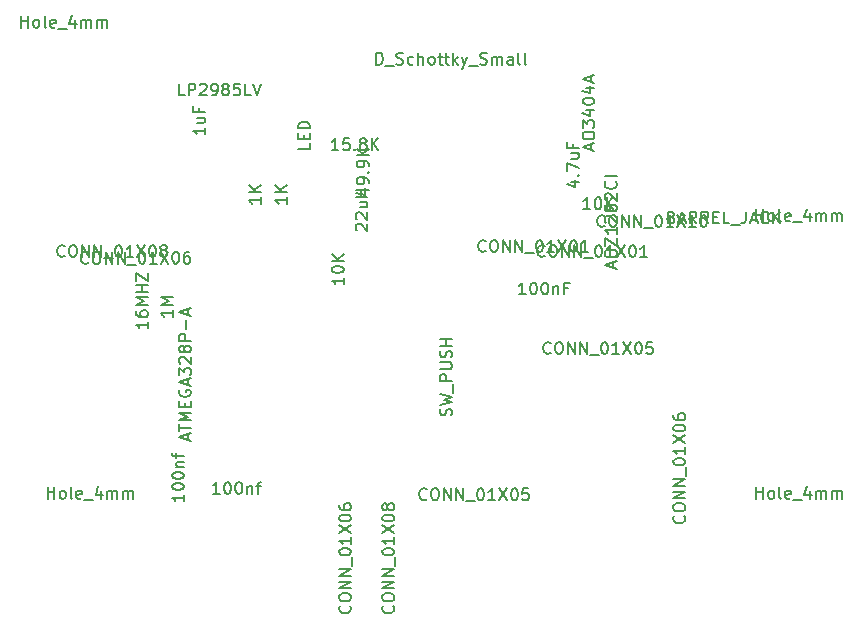
<source format=gbr>
%TF.GenerationSoftware,KiCad,Pcbnew,(after 2015-mar-04 BZR unknown)-product*%
%TF.CreationDate,2015-05-27T15:40:32-04:00*%
%TF.JobID,arduinoquad,61726475696E6F717561642E6B696361,rev?*%
%TF.FileFunction,Other,Fab,Top*%
%FSLAX46Y46*%
G04 Gerber Fmt 4.6, Leading zero omitted, Abs format (unit mm)*
G04 Created by KiCad (PCBNEW (after 2015-mar-04 BZR unknown)-product) date 27/05/2015 3:40:32 PM*
%MOMM*%
G01*
G04 APERTURE LIST*
%ADD10C,0.100000*%
%ADD11C,0.150000*%
G04 APERTURE END LIST*
D10*
D11*
X170964762Y-102191905D02*
X171012381Y-102049048D01*
X171012381Y-101810952D01*
X170964762Y-101715714D01*
X170917143Y-101668095D01*
X170821905Y-101620476D01*
X170726667Y-101620476D01*
X170631429Y-101668095D01*
X170583810Y-101715714D01*
X170536190Y-101810952D01*
X170488571Y-102001429D01*
X170440952Y-102096667D01*
X170393333Y-102144286D01*
X170298095Y-102191905D01*
X170202857Y-102191905D01*
X170107619Y-102144286D01*
X170060000Y-102096667D01*
X170012381Y-102001429D01*
X170012381Y-101763333D01*
X170060000Y-101620476D01*
X170012381Y-101287143D02*
X171012381Y-101049048D01*
X170298095Y-100858571D01*
X171012381Y-100668095D01*
X170012381Y-100430000D01*
X171107619Y-100287143D02*
X171107619Y-99525238D01*
X171012381Y-99287143D02*
X170012381Y-99287143D01*
X170012381Y-98906190D01*
X170060000Y-98810952D01*
X170107619Y-98763333D01*
X170202857Y-98715714D01*
X170345714Y-98715714D01*
X170440952Y-98763333D01*
X170488571Y-98810952D01*
X170536190Y-98906190D01*
X170536190Y-99287143D01*
X170012381Y-98287143D02*
X170821905Y-98287143D01*
X170917143Y-98239524D01*
X170964762Y-98191905D01*
X171012381Y-98096667D01*
X171012381Y-97906190D01*
X170964762Y-97810952D01*
X170917143Y-97763333D01*
X170821905Y-97715714D01*
X170012381Y-97715714D01*
X170964762Y-97287143D02*
X171012381Y-97144286D01*
X171012381Y-96906190D01*
X170964762Y-96810952D01*
X170917143Y-96763333D01*
X170821905Y-96715714D01*
X170726667Y-96715714D01*
X170631429Y-96763333D01*
X170583810Y-96810952D01*
X170536190Y-96906190D01*
X170488571Y-97096667D01*
X170440952Y-97191905D01*
X170393333Y-97239524D01*
X170298095Y-97287143D01*
X170202857Y-97287143D01*
X170107619Y-97239524D01*
X170060000Y-97191905D01*
X170012381Y-97096667D01*
X170012381Y-96858571D01*
X170060000Y-96715714D01*
X171012381Y-96287143D02*
X170012381Y-96287143D01*
X170488571Y-96287143D02*
X170488571Y-95715714D01*
X171012381Y-95715714D02*
X170012381Y-95715714D01*
X190647143Y-110703809D02*
X190694762Y-110751428D01*
X190742381Y-110894285D01*
X190742381Y-110989523D01*
X190694762Y-111132381D01*
X190599524Y-111227619D01*
X190504286Y-111275238D01*
X190313810Y-111322857D01*
X190170952Y-111322857D01*
X189980476Y-111275238D01*
X189885238Y-111227619D01*
X189790000Y-111132381D01*
X189742381Y-110989523D01*
X189742381Y-110894285D01*
X189790000Y-110751428D01*
X189837619Y-110703809D01*
X189742381Y-110084762D02*
X189742381Y-109894285D01*
X189790000Y-109799047D01*
X189885238Y-109703809D01*
X190075714Y-109656190D01*
X190409048Y-109656190D01*
X190599524Y-109703809D01*
X190694762Y-109799047D01*
X190742381Y-109894285D01*
X190742381Y-110084762D01*
X190694762Y-110180000D01*
X190599524Y-110275238D01*
X190409048Y-110322857D01*
X190075714Y-110322857D01*
X189885238Y-110275238D01*
X189790000Y-110180000D01*
X189742381Y-110084762D01*
X190742381Y-109227619D02*
X189742381Y-109227619D01*
X190742381Y-108656190D01*
X189742381Y-108656190D01*
X190742381Y-108180000D02*
X189742381Y-108180000D01*
X190742381Y-107608571D01*
X189742381Y-107608571D01*
X190837619Y-107370476D02*
X190837619Y-106608571D01*
X189742381Y-106180000D02*
X189742381Y-106084761D01*
X189790000Y-105989523D01*
X189837619Y-105941904D01*
X189932857Y-105894285D01*
X190123333Y-105846666D01*
X190361429Y-105846666D01*
X190551905Y-105894285D01*
X190647143Y-105941904D01*
X190694762Y-105989523D01*
X190742381Y-106084761D01*
X190742381Y-106180000D01*
X190694762Y-106275238D01*
X190647143Y-106322857D01*
X190551905Y-106370476D01*
X190361429Y-106418095D01*
X190123333Y-106418095D01*
X189932857Y-106370476D01*
X189837619Y-106322857D01*
X189790000Y-106275238D01*
X189742381Y-106180000D01*
X190742381Y-104894285D02*
X190742381Y-105465714D01*
X190742381Y-105180000D02*
X189742381Y-105180000D01*
X189885238Y-105275238D01*
X189980476Y-105370476D01*
X190028095Y-105465714D01*
X189742381Y-104560952D02*
X190742381Y-103894285D01*
X189742381Y-103894285D02*
X190742381Y-104560952D01*
X189742381Y-103322857D02*
X189742381Y-103227618D01*
X189790000Y-103132380D01*
X189837619Y-103084761D01*
X189932857Y-103037142D01*
X190123333Y-102989523D01*
X190361429Y-102989523D01*
X190551905Y-103037142D01*
X190647143Y-103084761D01*
X190694762Y-103132380D01*
X190742381Y-103227618D01*
X190742381Y-103322857D01*
X190694762Y-103418095D01*
X190647143Y-103465714D01*
X190551905Y-103513333D01*
X190361429Y-103560952D01*
X190123333Y-103560952D01*
X189932857Y-103513333D01*
X189837619Y-103465714D01*
X189790000Y-103418095D01*
X189742381Y-103322857D01*
X189742381Y-102132380D02*
X189742381Y-102322857D01*
X189790000Y-102418095D01*
X189837619Y-102465714D01*
X189980476Y-102560952D01*
X190170952Y-102608571D01*
X190551905Y-102608571D01*
X190647143Y-102560952D01*
X190694762Y-102513333D01*
X190742381Y-102418095D01*
X190742381Y-102227618D01*
X190694762Y-102132380D01*
X190647143Y-102084761D01*
X190551905Y-102037142D01*
X190313810Y-102037142D01*
X190218571Y-102084761D01*
X190170952Y-102132380D01*
X190123333Y-102227618D01*
X190123333Y-102418095D01*
X190170952Y-102513333D01*
X190218571Y-102560952D01*
X190313810Y-102608571D01*
X189595238Y-85428051D02*
X189738095Y-85475670D01*
X189785714Y-85523290D01*
X189833333Y-85618528D01*
X189833333Y-85761385D01*
X189785714Y-85856623D01*
X189738095Y-85904242D01*
X189642857Y-85951861D01*
X189261904Y-85951861D01*
X189261904Y-84951861D01*
X189595238Y-84951861D01*
X189690476Y-84999480D01*
X189738095Y-85047099D01*
X189785714Y-85142337D01*
X189785714Y-85237575D01*
X189738095Y-85332813D01*
X189690476Y-85380432D01*
X189595238Y-85428051D01*
X189261904Y-85428051D01*
X190214285Y-85666147D02*
X190690476Y-85666147D01*
X190119047Y-85951861D02*
X190452380Y-84951861D01*
X190785714Y-85951861D01*
X191690476Y-85951861D02*
X191357142Y-85475670D01*
X191119047Y-85951861D02*
X191119047Y-84951861D01*
X191500000Y-84951861D01*
X191595238Y-84999480D01*
X191642857Y-85047099D01*
X191690476Y-85142337D01*
X191690476Y-85285194D01*
X191642857Y-85380432D01*
X191595238Y-85428051D01*
X191500000Y-85475670D01*
X191119047Y-85475670D01*
X192690476Y-85951861D02*
X192357142Y-85475670D01*
X192119047Y-85951861D02*
X192119047Y-84951861D01*
X192500000Y-84951861D01*
X192595238Y-84999480D01*
X192642857Y-85047099D01*
X192690476Y-85142337D01*
X192690476Y-85285194D01*
X192642857Y-85380432D01*
X192595238Y-85428051D01*
X192500000Y-85475670D01*
X192119047Y-85475670D01*
X193119047Y-85428051D02*
X193452381Y-85428051D01*
X193595238Y-85951861D02*
X193119047Y-85951861D01*
X193119047Y-84951861D01*
X193595238Y-84951861D01*
X194500000Y-85951861D02*
X194023809Y-85951861D01*
X194023809Y-84951861D01*
X194595238Y-86047099D02*
X195357143Y-86047099D01*
X195880953Y-84951861D02*
X195880953Y-85666147D01*
X195833333Y-85809004D01*
X195738095Y-85904242D01*
X195595238Y-85951861D01*
X195500000Y-85951861D01*
X196309524Y-85666147D02*
X196785715Y-85666147D01*
X196214286Y-85951861D02*
X196547619Y-84951861D01*
X196880953Y-85951861D01*
X197785715Y-85856623D02*
X197738096Y-85904242D01*
X197595239Y-85951861D01*
X197500001Y-85951861D01*
X197357143Y-85904242D01*
X197261905Y-85809004D01*
X197214286Y-85713766D01*
X197166667Y-85523290D01*
X197166667Y-85380432D01*
X197214286Y-85189956D01*
X197261905Y-85094718D01*
X197357143Y-84999480D01*
X197500001Y-84951861D01*
X197595239Y-84951861D01*
X197738096Y-84999480D01*
X197785715Y-85047099D01*
X198214286Y-85951861D02*
X198214286Y-84951861D01*
X198785715Y-85951861D02*
X198357143Y-85380432D01*
X198785715Y-84951861D02*
X198214286Y-85523290D01*
X134555552Y-69367661D02*
X134555552Y-68367661D01*
X134555552Y-68843851D02*
X135126981Y-68843851D01*
X135126981Y-69367661D02*
X135126981Y-68367661D01*
X135746028Y-69367661D02*
X135650790Y-69320042D01*
X135603171Y-69272423D01*
X135555552Y-69177185D01*
X135555552Y-68891470D01*
X135603171Y-68796232D01*
X135650790Y-68748613D01*
X135746028Y-68700994D01*
X135888886Y-68700994D01*
X135984124Y-68748613D01*
X136031743Y-68796232D01*
X136079362Y-68891470D01*
X136079362Y-69177185D01*
X136031743Y-69272423D01*
X135984124Y-69320042D01*
X135888886Y-69367661D01*
X135746028Y-69367661D01*
X136650790Y-69367661D02*
X136555552Y-69320042D01*
X136507933Y-69224804D01*
X136507933Y-68367661D01*
X137412696Y-69320042D02*
X137317458Y-69367661D01*
X137126981Y-69367661D01*
X137031743Y-69320042D01*
X136984124Y-69224804D01*
X136984124Y-68843851D01*
X137031743Y-68748613D01*
X137126981Y-68700994D01*
X137317458Y-68700994D01*
X137412696Y-68748613D01*
X137460315Y-68843851D01*
X137460315Y-68939090D01*
X136984124Y-69034328D01*
X137650791Y-69462899D02*
X138412696Y-69462899D01*
X139079363Y-68700994D02*
X139079363Y-69367661D01*
X138841267Y-68320042D02*
X138603172Y-69034328D01*
X139222220Y-69034328D01*
X139603172Y-69367661D02*
X139603172Y-68700994D01*
X139603172Y-68796232D02*
X139650791Y-68748613D01*
X139746029Y-68700994D01*
X139888887Y-68700994D01*
X139984125Y-68748613D01*
X140031744Y-68843851D01*
X140031744Y-69367661D01*
X140031744Y-68843851D02*
X140079363Y-68748613D01*
X140174601Y-68700994D01*
X140317458Y-68700994D01*
X140412696Y-68748613D01*
X140460315Y-68843851D01*
X140460315Y-69367661D01*
X140936505Y-69367661D02*
X140936505Y-68700994D01*
X140936505Y-68796232D02*
X140984124Y-68748613D01*
X141079362Y-68700994D01*
X141222220Y-68700994D01*
X141317458Y-68748613D01*
X141365077Y-68843851D01*
X141365077Y-69367661D01*
X141365077Y-68843851D02*
X141412696Y-68748613D01*
X141507934Y-68700994D01*
X141650791Y-68700994D01*
X141746029Y-68748613D01*
X141793648Y-68843851D01*
X141793648Y-69367661D01*
X196780952Y-85752381D02*
X196780952Y-84752381D01*
X196780952Y-85228571D02*
X197352381Y-85228571D01*
X197352381Y-85752381D02*
X197352381Y-84752381D01*
X197971428Y-85752381D02*
X197876190Y-85704762D01*
X197828571Y-85657143D01*
X197780952Y-85561905D01*
X197780952Y-85276190D01*
X197828571Y-85180952D01*
X197876190Y-85133333D01*
X197971428Y-85085714D01*
X198114286Y-85085714D01*
X198209524Y-85133333D01*
X198257143Y-85180952D01*
X198304762Y-85276190D01*
X198304762Y-85561905D01*
X198257143Y-85657143D01*
X198209524Y-85704762D01*
X198114286Y-85752381D01*
X197971428Y-85752381D01*
X198876190Y-85752381D02*
X198780952Y-85704762D01*
X198733333Y-85609524D01*
X198733333Y-84752381D01*
X199638096Y-85704762D02*
X199542858Y-85752381D01*
X199352381Y-85752381D01*
X199257143Y-85704762D01*
X199209524Y-85609524D01*
X199209524Y-85228571D01*
X199257143Y-85133333D01*
X199352381Y-85085714D01*
X199542858Y-85085714D01*
X199638096Y-85133333D01*
X199685715Y-85228571D01*
X199685715Y-85323810D01*
X199209524Y-85419048D01*
X199876191Y-85847619D02*
X200638096Y-85847619D01*
X201304763Y-85085714D02*
X201304763Y-85752381D01*
X201066667Y-84704762D02*
X200828572Y-85419048D01*
X201447620Y-85419048D01*
X201828572Y-85752381D02*
X201828572Y-85085714D01*
X201828572Y-85180952D02*
X201876191Y-85133333D01*
X201971429Y-85085714D01*
X202114287Y-85085714D01*
X202209525Y-85133333D01*
X202257144Y-85228571D01*
X202257144Y-85752381D01*
X202257144Y-85228571D02*
X202304763Y-85133333D01*
X202400001Y-85085714D01*
X202542858Y-85085714D01*
X202638096Y-85133333D01*
X202685715Y-85228571D01*
X202685715Y-85752381D01*
X203161905Y-85752381D02*
X203161905Y-85085714D01*
X203161905Y-85180952D02*
X203209524Y-85133333D01*
X203304762Y-85085714D01*
X203447620Y-85085714D01*
X203542858Y-85133333D01*
X203590477Y-85228571D01*
X203590477Y-85752381D01*
X203590477Y-85228571D02*
X203638096Y-85133333D01*
X203733334Y-85085714D01*
X203876191Y-85085714D01*
X203971429Y-85133333D01*
X204019048Y-85228571D01*
X204019048Y-85752381D01*
X196780952Y-109252381D02*
X196780952Y-108252381D01*
X196780952Y-108728571D02*
X197352381Y-108728571D01*
X197352381Y-109252381D02*
X197352381Y-108252381D01*
X197971428Y-109252381D02*
X197876190Y-109204762D01*
X197828571Y-109157143D01*
X197780952Y-109061905D01*
X197780952Y-108776190D01*
X197828571Y-108680952D01*
X197876190Y-108633333D01*
X197971428Y-108585714D01*
X198114286Y-108585714D01*
X198209524Y-108633333D01*
X198257143Y-108680952D01*
X198304762Y-108776190D01*
X198304762Y-109061905D01*
X198257143Y-109157143D01*
X198209524Y-109204762D01*
X198114286Y-109252381D01*
X197971428Y-109252381D01*
X198876190Y-109252381D02*
X198780952Y-109204762D01*
X198733333Y-109109524D01*
X198733333Y-108252381D01*
X199638096Y-109204762D02*
X199542858Y-109252381D01*
X199352381Y-109252381D01*
X199257143Y-109204762D01*
X199209524Y-109109524D01*
X199209524Y-108728571D01*
X199257143Y-108633333D01*
X199352381Y-108585714D01*
X199542858Y-108585714D01*
X199638096Y-108633333D01*
X199685715Y-108728571D01*
X199685715Y-108823810D01*
X199209524Y-108919048D01*
X199876191Y-109347619D02*
X200638096Y-109347619D01*
X201304763Y-108585714D02*
X201304763Y-109252381D01*
X201066667Y-108204762D02*
X200828572Y-108919048D01*
X201447620Y-108919048D01*
X201828572Y-109252381D02*
X201828572Y-108585714D01*
X201828572Y-108680952D02*
X201876191Y-108633333D01*
X201971429Y-108585714D01*
X202114287Y-108585714D01*
X202209525Y-108633333D01*
X202257144Y-108728571D01*
X202257144Y-109252381D01*
X202257144Y-108728571D02*
X202304763Y-108633333D01*
X202400001Y-108585714D01*
X202542858Y-108585714D01*
X202638096Y-108633333D01*
X202685715Y-108728571D01*
X202685715Y-109252381D01*
X203161905Y-109252381D02*
X203161905Y-108585714D01*
X203161905Y-108680952D02*
X203209524Y-108633333D01*
X203304762Y-108585714D01*
X203447620Y-108585714D01*
X203542858Y-108633333D01*
X203590477Y-108728571D01*
X203590477Y-109252381D01*
X203590477Y-108728571D02*
X203638096Y-108633333D01*
X203733334Y-108585714D01*
X203876191Y-108585714D01*
X203971429Y-108633333D01*
X204019048Y-108728571D01*
X204019048Y-109252381D01*
X136780952Y-109252381D02*
X136780952Y-108252381D01*
X136780952Y-108728571D02*
X137352381Y-108728571D01*
X137352381Y-109252381D02*
X137352381Y-108252381D01*
X137971428Y-109252381D02*
X137876190Y-109204762D01*
X137828571Y-109157143D01*
X137780952Y-109061905D01*
X137780952Y-108776190D01*
X137828571Y-108680952D01*
X137876190Y-108633333D01*
X137971428Y-108585714D01*
X138114286Y-108585714D01*
X138209524Y-108633333D01*
X138257143Y-108680952D01*
X138304762Y-108776190D01*
X138304762Y-109061905D01*
X138257143Y-109157143D01*
X138209524Y-109204762D01*
X138114286Y-109252381D01*
X137971428Y-109252381D01*
X138876190Y-109252381D02*
X138780952Y-109204762D01*
X138733333Y-109109524D01*
X138733333Y-108252381D01*
X139638096Y-109204762D02*
X139542858Y-109252381D01*
X139352381Y-109252381D01*
X139257143Y-109204762D01*
X139209524Y-109109524D01*
X139209524Y-108728571D01*
X139257143Y-108633333D01*
X139352381Y-108585714D01*
X139542858Y-108585714D01*
X139638096Y-108633333D01*
X139685715Y-108728571D01*
X139685715Y-108823810D01*
X139209524Y-108919048D01*
X139876191Y-109347619D02*
X140638096Y-109347619D01*
X141304763Y-108585714D02*
X141304763Y-109252381D01*
X141066667Y-108204762D02*
X140828572Y-108919048D01*
X141447620Y-108919048D01*
X141828572Y-109252381D02*
X141828572Y-108585714D01*
X141828572Y-108680952D02*
X141876191Y-108633333D01*
X141971429Y-108585714D01*
X142114287Y-108585714D01*
X142209525Y-108633333D01*
X142257144Y-108728571D01*
X142257144Y-109252381D01*
X142257144Y-108728571D02*
X142304763Y-108633333D01*
X142400001Y-108585714D01*
X142542858Y-108585714D01*
X142638096Y-108633333D01*
X142685715Y-108728571D01*
X142685715Y-109252381D01*
X143161905Y-109252381D02*
X143161905Y-108585714D01*
X143161905Y-108680952D02*
X143209524Y-108633333D01*
X143304762Y-108585714D01*
X143447620Y-108585714D01*
X143542858Y-108633333D01*
X143590477Y-108728571D01*
X143590477Y-109252381D01*
X143590477Y-108728571D02*
X143638096Y-108633333D01*
X143733334Y-108585714D01*
X143876191Y-108585714D01*
X143971429Y-108633333D01*
X144019048Y-108728571D01*
X144019048Y-109252381D01*
X164590475Y-72502381D02*
X164590475Y-71502381D01*
X164828570Y-71502381D01*
X164971428Y-71550000D01*
X165066666Y-71645238D01*
X165114285Y-71740476D01*
X165161904Y-71930952D01*
X165161904Y-72073810D01*
X165114285Y-72264286D01*
X165066666Y-72359524D01*
X164971428Y-72454762D01*
X164828570Y-72502381D01*
X164590475Y-72502381D01*
X165352380Y-72597619D02*
X166114285Y-72597619D01*
X166304761Y-72454762D02*
X166447618Y-72502381D01*
X166685714Y-72502381D01*
X166780952Y-72454762D01*
X166828571Y-72407143D01*
X166876190Y-72311905D01*
X166876190Y-72216667D01*
X166828571Y-72121429D01*
X166780952Y-72073810D01*
X166685714Y-72026190D01*
X166495237Y-71978571D01*
X166399999Y-71930952D01*
X166352380Y-71883333D01*
X166304761Y-71788095D01*
X166304761Y-71692857D01*
X166352380Y-71597619D01*
X166399999Y-71550000D01*
X166495237Y-71502381D01*
X166733333Y-71502381D01*
X166876190Y-71550000D01*
X167733333Y-72454762D02*
X167638095Y-72502381D01*
X167447618Y-72502381D01*
X167352380Y-72454762D01*
X167304761Y-72407143D01*
X167257142Y-72311905D01*
X167257142Y-72026190D01*
X167304761Y-71930952D01*
X167352380Y-71883333D01*
X167447618Y-71835714D01*
X167638095Y-71835714D01*
X167733333Y-71883333D01*
X168161904Y-72502381D02*
X168161904Y-71502381D01*
X168590476Y-72502381D02*
X168590476Y-71978571D01*
X168542857Y-71883333D01*
X168447619Y-71835714D01*
X168304761Y-71835714D01*
X168209523Y-71883333D01*
X168161904Y-71930952D01*
X169209523Y-72502381D02*
X169114285Y-72454762D01*
X169066666Y-72407143D01*
X169019047Y-72311905D01*
X169019047Y-72026190D01*
X169066666Y-71930952D01*
X169114285Y-71883333D01*
X169209523Y-71835714D01*
X169352381Y-71835714D01*
X169447619Y-71883333D01*
X169495238Y-71930952D01*
X169542857Y-72026190D01*
X169542857Y-72311905D01*
X169495238Y-72407143D01*
X169447619Y-72454762D01*
X169352381Y-72502381D01*
X169209523Y-72502381D01*
X169828571Y-71835714D02*
X170209523Y-71835714D01*
X169971428Y-71502381D02*
X169971428Y-72359524D01*
X170019047Y-72454762D01*
X170114285Y-72502381D01*
X170209523Y-72502381D01*
X170400000Y-71835714D02*
X170780952Y-71835714D01*
X170542857Y-71502381D02*
X170542857Y-72359524D01*
X170590476Y-72454762D01*
X170685714Y-72502381D01*
X170780952Y-72502381D01*
X171114286Y-72502381D02*
X171114286Y-71502381D01*
X171209524Y-72121429D02*
X171495239Y-72502381D01*
X171495239Y-71835714D02*
X171114286Y-72216667D01*
X171828572Y-71835714D02*
X172066667Y-72502381D01*
X172304763Y-71835714D02*
X172066667Y-72502381D01*
X171971429Y-72740476D01*
X171923810Y-72788095D01*
X171828572Y-72835714D01*
X172447620Y-72597619D02*
X173209525Y-72597619D01*
X173400001Y-72454762D02*
X173542858Y-72502381D01*
X173780954Y-72502381D01*
X173876192Y-72454762D01*
X173923811Y-72407143D01*
X173971430Y-72311905D01*
X173971430Y-72216667D01*
X173923811Y-72121429D01*
X173876192Y-72073810D01*
X173780954Y-72026190D01*
X173590477Y-71978571D01*
X173495239Y-71930952D01*
X173447620Y-71883333D01*
X173400001Y-71788095D01*
X173400001Y-71692857D01*
X173447620Y-71597619D01*
X173495239Y-71550000D01*
X173590477Y-71502381D01*
X173828573Y-71502381D01*
X173971430Y-71550000D01*
X174400001Y-72502381D02*
X174400001Y-71835714D01*
X174400001Y-71930952D02*
X174447620Y-71883333D01*
X174542858Y-71835714D01*
X174685716Y-71835714D01*
X174780954Y-71883333D01*
X174828573Y-71978571D01*
X174828573Y-72502381D01*
X174828573Y-71978571D02*
X174876192Y-71883333D01*
X174971430Y-71835714D01*
X175114287Y-71835714D01*
X175209525Y-71883333D01*
X175257144Y-71978571D01*
X175257144Y-72502381D01*
X176161906Y-72502381D02*
X176161906Y-71978571D01*
X176114287Y-71883333D01*
X176019049Y-71835714D01*
X175828572Y-71835714D01*
X175733334Y-71883333D01*
X176161906Y-72454762D02*
X176066668Y-72502381D01*
X175828572Y-72502381D01*
X175733334Y-72454762D01*
X175685715Y-72359524D01*
X175685715Y-72264286D01*
X175733334Y-72169048D01*
X175828572Y-72121429D01*
X176066668Y-72121429D01*
X176161906Y-72073810D01*
X176780953Y-72502381D02*
X176685715Y-72454762D01*
X176638096Y-72359524D01*
X176638096Y-71502381D01*
X177304763Y-72502381D02*
X177209525Y-72454762D01*
X177161906Y-72359524D01*
X177161906Y-71502381D01*
X148302381Y-108904762D02*
X148302381Y-109476191D01*
X148302381Y-109190477D02*
X147302381Y-109190477D01*
X147445238Y-109285715D01*
X147540476Y-109380953D01*
X147588095Y-109476191D01*
X147302381Y-108285715D02*
X147302381Y-108190476D01*
X147350000Y-108095238D01*
X147397619Y-108047619D01*
X147492857Y-108000000D01*
X147683333Y-107952381D01*
X147921429Y-107952381D01*
X148111905Y-108000000D01*
X148207143Y-108047619D01*
X148254762Y-108095238D01*
X148302381Y-108190476D01*
X148302381Y-108285715D01*
X148254762Y-108380953D01*
X148207143Y-108428572D01*
X148111905Y-108476191D01*
X147921429Y-108523810D01*
X147683333Y-108523810D01*
X147492857Y-108476191D01*
X147397619Y-108428572D01*
X147350000Y-108380953D01*
X147302381Y-108285715D01*
X147302381Y-107333334D02*
X147302381Y-107238095D01*
X147350000Y-107142857D01*
X147397619Y-107095238D01*
X147492857Y-107047619D01*
X147683333Y-107000000D01*
X147921429Y-107000000D01*
X148111905Y-107047619D01*
X148207143Y-107095238D01*
X148254762Y-107142857D01*
X148302381Y-107238095D01*
X148302381Y-107333334D01*
X148254762Y-107428572D01*
X148207143Y-107476191D01*
X148111905Y-107523810D01*
X147921429Y-107571429D01*
X147683333Y-107571429D01*
X147492857Y-107523810D01*
X147397619Y-107476191D01*
X147350000Y-107428572D01*
X147302381Y-107333334D01*
X147635714Y-106571429D02*
X148302381Y-106571429D01*
X147730952Y-106571429D02*
X147683333Y-106523810D01*
X147635714Y-106428572D01*
X147635714Y-106285714D01*
X147683333Y-106190476D01*
X147778571Y-106142857D01*
X148302381Y-106142857D01*
X147635714Y-105809524D02*
X147635714Y-105428572D01*
X148302381Y-105666667D02*
X147445238Y-105666667D01*
X147350000Y-105619048D01*
X147302381Y-105523810D01*
X147302381Y-105428572D01*
X151345238Y-108852381D02*
X150773809Y-108852381D01*
X151059523Y-108852381D02*
X151059523Y-107852381D01*
X150964285Y-107995238D01*
X150869047Y-108090476D01*
X150773809Y-108138095D01*
X151964285Y-107852381D02*
X152059524Y-107852381D01*
X152154762Y-107900000D01*
X152202381Y-107947619D01*
X152250000Y-108042857D01*
X152297619Y-108233333D01*
X152297619Y-108471429D01*
X152250000Y-108661905D01*
X152202381Y-108757143D01*
X152154762Y-108804762D01*
X152059524Y-108852381D01*
X151964285Y-108852381D01*
X151869047Y-108804762D01*
X151821428Y-108757143D01*
X151773809Y-108661905D01*
X151726190Y-108471429D01*
X151726190Y-108233333D01*
X151773809Y-108042857D01*
X151821428Y-107947619D01*
X151869047Y-107900000D01*
X151964285Y-107852381D01*
X152916666Y-107852381D02*
X153011905Y-107852381D01*
X153107143Y-107900000D01*
X153154762Y-107947619D01*
X153202381Y-108042857D01*
X153250000Y-108233333D01*
X153250000Y-108471429D01*
X153202381Y-108661905D01*
X153154762Y-108757143D01*
X153107143Y-108804762D01*
X153011905Y-108852381D01*
X152916666Y-108852381D01*
X152821428Y-108804762D01*
X152773809Y-108757143D01*
X152726190Y-108661905D01*
X152678571Y-108471429D01*
X152678571Y-108233333D01*
X152726190Y-108042857D01*
X152773809Y-107947619D01*
X152821428Y-107900000D01*
X152916666Y-107852381D01*
X153678571Y-108185714D02*
X153678571Y-108852381D01*
X153678571Y-108280952D02*
X153726190Y-108233333D01*
X153821428Y-108185714D01*
X153964286Y-108185714D01*
X154059524Y-108233333D01*
X154107143Y-108328571D01*
X154107143Y-108852381D01*
X154440476Y-108185714D02*
X154821428Y-108185714D01*
X154583333Y-108852381D02*
X154583333Y-107995238D01*
X154630952Y-107900000D01*
X154726190Y-107852381D01*
X154821428Y-107852381D01*
X181085714Y-82404761D02*
X181752381Y-82404761D01*
X180704762Y-82642857D02*
X181419048Y-82880952D01*
X181419048Y-82261904D01*
X181657143Y-81880952D02*
X181704762Y-81833333D01*
X181752381Y-81880952D01*
X181704762Y-81928571D01*
X181657143Y-81880952D01*
X181752381Y-81880952D01*
X180752381Y-81500000D02*
X180752381Y-80833333D01*
X181752381Y-81261905D01*
X181085714Y-80023809D02*
X181752381Y-80023809D01*
X181085714Y-80452381D02*
X181609524Y-80452381D01*
X181704762Y-80404762D01*
X181752381Y-80309524D01*
X181752381Y-80166666D01*
X181704762Y-80071428D01*
X181657143Y-80023809D01*
X181228571Y-79214285D02*
X181228571Y-79547619D01*
X181752381Y-79547619D02*
X180752381Y-79547619D01*
X180752381Y-79071428D01*
X177252381Y-91952381D02*
X176680952Y-91952381D01*
X176966666Y-91952381D02*
X176966666Y-90952381D01*
X176871428Y-91095238D01*
X176776190Y-91190476D01*
X176680952Y-91238095D01*
X177871428Y-90952381D02*
X177966667Y-90952381D01*
X178061905Y-91000000D01*
X178109524Y-91047619D01*
X178157143Y-91142857D01*
X178204762Y-91333333D01*
X178204762Y-91571429D01*
X178157143Y-91761905D01*
X178109524Y-91857143D01*
X178061905Y-91904762D01*
X177966667Y-91952381D01*
X177871428Y-91952381D01*
X177776190Y-91904762D01*
X177728571Y-91857143D01*
X177680952Y-91761905D01*
X177633333Y-91571429D01*
X177633333Y-91333333D01*
X177680952Y-91142857D01*
X177728571Y-91047619D01*
X177776190Y-91000000D01*
X177871428Y-90952381D01*
X178823809Y-90952381D02*
X178919048Y-90952381D01*
X179014286Y-91000000D01*
X179061905Y-91047619D01*
X179109524Y-91142857D01*
X179157143Y-91333333D01*
X179157143Y-91571429D01*
X179109524Y-91761905D01*
X179061905Y-91857143D01*
X179014286Y-91904762D01*
X178919048Y-91952381D01*
X178823809Y-91952381D01*
X178728571Y-91904762D01*
X178680952Y-91857143D01*
X178633333Y-91761905D01*
X178585714Y-91571429D01*
X178585714Y-91333333D01*
X178633333Y-91142857D01*
X178680952Y-91047619D01*
X178728571Y-91000000D01*
X178823809Y-90952381D01*
X179585714Y-91285714D02*
X179585714Y-91952381D01*
X179585714Y-91380952D02*
X179633333Y-91333333D01*
X179728571Y-91285714D01*
X179871429Y-91285714D01*
X179966667Y-91333333D01*
X180014286Y-91428571D01*
X180014286Y-91952381D01*
X180823810Y-91428571D02*
X180490476Y-91428571D01*
X180490476Y-91952381D02*
X180490476Y-90952381D01*
X180966667Y-90952381D01*
X150102381Y-77845238D02*
X150102381Y-78416667D01*
X150102381Y-78130953D02*
X149102381Y-78130953D01*
X149245238Y-78226191D01*
X149340476Y-78321429D01*
X149388095Y-78416667D01*
X149435714Y-76988095D02*
X150102381Y-76988095D01*
X149435714Y-77416667D02*
X149959524Y-77416667D01*
X150054762Y-77369048D01*
X150102381Y-77273810D01*
X150102381Y-77130952D01*
X150054762Y-77035714D01*
X150007143Y-76988095D01*
X149578571Y-76178571D02*
X149578571Y-76511905D01*
X150102381Y-76511905D02*
X149102381Y-76511905D01*
X149102381Y-76035714D01*
X158972381Y-79142857D02*
X158972381Y-79619048D01*
X157972381Y-79619048D01*
X158448571Y-78809524D02*
X158448571Y-78476190D01*
X158972381Y-78333333D02*
X158972381Y-78809524D01*
X157972381Y-78809524D01*
X157972381Y-78333333D01*
X158972381Y-77904762D02*
X157972381Y-77904762D01*
X157972381Y-77666667D01*
X158020000Y-77523809D01*
X158115238Y-77428571D01*
X158210476Y-77380952D01*
X158400952Y-77333333D01*
X158543810Y-77333333D01*
X158734286Y-77380952D01*
X158829524Y-77428571D01*
X158924762Y-77523809D01*
X158972381Y-77666667D01*
X158972381Y-77904762D01*
X168856191Y-109277143D02*
X168808572Y-109324762D01*
X168665715Y-109372381D01*
X168570477Y-109372381D01*
X168427619Y-109324762D01*
X168332381Y-109229524D01*
X168284762Y-109134286D01*
X168237143Y-108943810D01*
X168237143Y-108800952D01*
X168284762Y-108610476D01*
X168332381Y-108515238D01*
X168427619Y-108420000D01*
X168570477Y-108372381D01*
X168665715Y-108372381D01*
X168808572Y-108420000D01*
X168856191Y-108467619D01*
X169475238Y-108372381D02*
X169665715Y-108372381D01*
X169760953Y-108420000D01*
X169856191Y-108515238D01*
X169903810Y-108705714D01*
X169903810Y-109039048D01*
X169856191Y-109229524D01*
X169760953Y-109324762D01*
X169665715Y-109372381D01*
X169475238Y-109372381D01*
X169380000Y-109324762D01*
X169284762Y-109229524D01*
X169237143Y-109039048D01*
X169237143Y-108705714D01*
X169284762Y-108515238D01*
X169380000Y-108420000D01*
X169475238Y-108372381D01*
X170332381Y-109372381D02*
X170332381Y-108372381D01*
X170903810Y-109372381D01*
X170903810Y-108372381D01*
X171380000Y-109372381D02*
X171380000Y-108372381D01*
X171951429Y-109372381D01*
X171951429Y-108372381D01*
X172189524Y-109467619D02*
X172951429Y-109467619D01*
X173380000Y-108372381D02*
X173475239Y-108372381D01*
X173570477Y-108420000D01*
X173618096Y-108467619D01*
X173665715Y-108562857D01*
X173713334Y-108753333D01*
X173713334Y-108991429D01*
X173665715Y-109181905D01*
X173618096Y-109277143D01*
X173570477Y-109324762D01*
X173475239Y-109372381D01*
X173380000Y-109372381D01*
X173284762Y-109324762D01*
X173237143Y-109277143D01*
X173189524Y-109181905D01*
X173141905Y-108991429D01*
X173141905Y-108753333D01*
X173189524Y-108562857D01*
X173237143Y-108467619D01*
X173284762Y-108420000D01*
X173380000Y-108372381D01*
X174665715Y-109372381D02*
X174094286Y-109372381D01*
X174380000Y-109372381D02*
X174380000Y-108372381D01*
X174284762Y-108515238D01*
X174189524Y-108610476D01*
X174094286Y-108658095D01*
X174999048Y-108372381D02*
X175665715Y-109372381D01*
X175665715Y-108372381D02*
X174999048Y-109372381D01*
X176237143Y-108372381D02*
X176332382Y-108372381D01*
X176427620Y-108420000D01*
X176475239Y-108467619D01*
X176522858Y-108562857D01*
X176570477Y-108753333D01*
X176570477Y-108991429D01*
X176522858Y-109181905D01*
X176475239Y-109277143D01*
X176427620Y-109324762D01*
X176332382Y-109372381D01*
X176237143Y-109372381D01*
X176141905Y-109324762D01*
X176094286Y-109277143D01*
X176046667Y-109181905D01*
X175999048Y-108991429D01*
X175999048Y-108753333D01*
X176046667Y-108562857D01*
X176094286Y-108467619D01*
X176141905Y-108420000D01*
X176237143Y-108372381D01*
X177475239Y-108372381D02*
X176999048Y-108372381D01*
X176951429Y-108848571D01*
X176999048Y-108800952D01*
X177094286Y-108753333D01*
X177332382Y-108753333D01*
X177427620Y-108800952D01*
X177475239Y-108848571D01*
X177522858Y-108943810D01*
X177522858Y-109181905D01*
X177475239Y-109277143D01*
X177427620Y-109324762D01*
X177332382Y-109372381D01*
X177094286Y-109372381D01*
X176999048Y-109324762D01*
X176951429Y-109277143D01*
X184666667Y-89680952D02*
X184666667Y-89204761D01*
X184952381Y-89776190D02*
X183952381Y-89442857D01*
X184952381Y-89109523D01*
X183952381Y-88585714D02*
X183952381Y-88395237D01*
X184000000Y-88299999D01*
X184095238Y-88204761D01*
X184285714Y-88157142D01*
X184619048Y-88157142D01*
X184809524Y-88204761D01*
X184904762Y-88299999D01*
X184952381Y-88395237D01*
X184952381Y-88585714D01*
X184904762Y-88680952D01*
X184809524Y-88776190D01*
X184619048Y-88823809D01*
X184285714Y-88823809D01*
X184095238Y-88776190D01*
X184000000Y-88680952D01*
X183952381Y-88585714D01*
X183952381Y-87823809D02*
X183952381Y-87157142D01*
X184952381Y-87823809D01*
X184952381Y-87157142D01*
X184952381Y-86252380D02*
X184952381Y-86823809D01*
X184952381Y-86538095D02*
X183952381Y-86538095D01*
X184095238Y-86633333D01*
X184190476Y-86728571D01*
X184238095Y-86823809D01*
X184047619Y-85871428D02*
X184000000Y-85823809D01*
X183952381Y-85728571D01*
X183952381Y-85490475D01*
X184000000Y-85395237D01*
X184047619Y-85347618D01*
X184142857Y-85299999D01*
X184238095Y-85299999D01*
X184380952Y-85347618D01*
X184952381Y-85919047D01*
X184952381Y-85299999D01*
X184380952Y-84728571D02*
X184333333Y-84823809D01*
X184285714Y-84871428D01*
X184190476Y-84919047D01*
X184142857Y-84919047D01*
X184047619Y-84871428D01*
X184000000Y-84823809D01*
X183952381Y-84728571D01*
X183952381Y-84538094D01*
X184000000Y-84442856D01*
X184047619Y-84395237D01*
X184142857Y-84347618D01*
X184190476Y-84347618D01*
X184285714Y-84395237D01*
X184333333Y-84442856D01*
X184380952Y-84538094D01*
X184380952Y-84728571D01*
X184428571Y-84823809D01*
X184476190Y-84871428D01*
X184571429Y-84919047D01*
X184761905Y-84919047D01*
X184857143Y-84871428D01*
X184904762Y-84823809D01*
X184952381Y-84728571D01*
X184952381Y-84538094D01*
X184904762Y-84442856D01*
X184857143Y-84395237D01*
X184761905Y-84347618D01*
X184571429Y-84347618D01*
X184476190Y-84395237D01*
X184428571Y-84442856D01*
X184380952Y-84538094D01*
X184047619Y-83966666D02*
X184000000Y-83919047D01*
X183952381Y-83823809D01*
X183952381Y-83585713D01*
X184000000Y-83490475D01*
X184047619Y-83442856D01*
X184142857Y-83395237D01*
X184238095Y-83395237D01*
X184380952Y-83442856D01*
X184952381Y-84014285D01*
X184952381Y-83395237D01*
X184857143Y-82395237D02*
X184904762Y-82442856D01*
X184952381Y-82585713D01*
X184952381Y-82680951D01*
X184904762Y-82823809D01*
X184809524Y-82919047D01*
X184714286Y-82966666D01*
X184523810Y-83014285D01*
X184380952Y-83014285D01*
X184190476Y-82966666D01*
X184095238Y-82919047D01*
X184000000Y-82823809D01*
X183952381Y-82680951D01*
X183952381Y-82585713D01*
X184000000Y-82442856D01*
X184047619Y-82395237D01*
X184952381Y-81966666D02*
X183952381Y-81966666D01*
X162947619Y-86538095D02*
X162900000Y-86490476D01*
X162852381Y-86395238D01*
X162852381Y-86157142D01*
X162900000Y-86061904D01*
X162947619Y-86014285D01*
X163042857Y-85966666D01*
X163138095Y-85966666D01*
X163280952Y-86014285D01*
X163852381Y-86585714D01*
X163852381Y-85966666D01*
X162947619Y-85585714D02*
X162900000Y-85538095D01*
X162852381Y-85442857D01*
X162852381Y-85204761D01*
X162900000Y-85109523D01*
X162947619Y-85061904D01*
X163042857Y-85014285D01*
X163138095Y-85014285D01*
X163280952Y-85061904D01*
X163852381Y-85633333D01*
X163852381Y-85014285D01*
X163185714Y-84157142D02*
X163852381Y-84157142D01*
X163185714Y-84585714D02*
X163709524Y-84585714D01*
X163804762Y-84538095D01*
X163852381Y-84442857D01*
X163852381Y-84299999D01*
X163804762Y-84204761D01*
X163757143Y-84157142D01*
X163852381Y-83680952D02*
X162852381Y-83680952D01*
X163328571Y-83680952D02*
X163328571Y-83109523D01*
X163852381Y-83109523D02*
X162852381Y-83109523D01*
X173856191Y-88277143D02*
X173808572Y-88324762D01*
X173665715Y-88372381D01*
X173570477Y-88372381D01*
X173427619Y-88324762D01*
X173332381Y-88229524D01*
X173284762Y-88134286D01*
X173237143Y-87943810D01*
X173237143Y-87800952D01*
X173284762Y-87610476D01*
X173332381Y-87515238D01*
X173427619Y-87420000D01*
X173570477Y-87372381D01*
X173665715Y-87372381D01*
X173808572Y-87420000D01*
X173856191Y-87467619D01*
X174475238Y-87372381D02*
X174665715Y-87372381D01*
X174760953Y-87420000D01*
X174856191Y-87515238D01*
X174903810Y-87705714D01*
X174903810Y-88039048D01*
X174856191Y-88229524D01*
X174760953Y-88324762D01*
X174665715Y-88372381D01*
X174475238Y-88372381D01*
X174380000Y-88324762D01*
X174284762Y-88229524D01*
X174237143Y-88039048D01*
X174237143Y-87705714D01*
X174284762Y-87515238D01*
X174380000Y-87420000D01*
X174475238Y-87372381D01*
X175332381Y-88372381D02*
X175332381Y-87372381D01*
X175903810Y-88372381D01*
X175903810Y-87372381D01*
X176380000Y-88372381D02*
X176380000Y-87372381D01*
X176951429Y-88372381D01*
X176951429Y-87372381D01*
X177189524Y-88467619D02*
X177951429Y-88467619D01*
X178380000Y-87372381D02*
X178475239Y-87372381D01*
X178570477Y-87420000D01*
X178618096Y-87467619D01*
X178665715Y-87562857D01*
X178713334Y-87753333D01*
X178713334Y-87991429D01*
X178665715Y-88181905D01*
X178618096Y-88277143D01*
X178570477Y-88324762D01*
X178475239Y-88372381D01*
X178380000Y-88372381D01*
X178284762Y-88324762D01*
X178237143Y-88277143D01*
X178189524Y-88181905D01*
X178141905Y-87991429D01*
X178141905Y-87753333D01*
X178189524Y-87562857D01*
X178237143Y-87467619D01*
X178284762Y-87420000D01*
X178380000Y-87372381D01*
X179665715Y-88372381D02*
X179094286Y-88372381D01*
X179380000Y-88372381D02*
X179380000Y-87372381D01*
X179284762Y-87515238D01*
X179189524Y-87610476D01*
X179094286Y-87658095D01*
X179999048Y-87372381D02*
X180665715Y-88372381D01*
X180665715Y-87372381D02*
X179999048Y-88372381D01*
X181237143Y-87372381D02*
X181332382Y-87372381D01*
X181427620Y-87420000D01*
X181475239Y-87467619D01*
X181522858Y-87562857D01*
X181570477Y-87753333D01*
X181570477Y-87991429D01*
X181522858Y-88181905D01*
X181475239Y-88277143D01*
X181427620Y-88324762D01*
X181332382Y-88372381D01*
X181237143Y-88372381D01*
X181141905Y-88324762D01*
X181094286Y-88277143D01*
X181046667Y-88181905D01*
X180999048Y-87991429D01*
X180999048Y-87753333D01*
X181046667Y-87562857D01*
X181094286Y-87467619D01*
X181141905Y-87420000D01*
X181237143Y-87372381D01*
X182522858Y-88372381D02*
X181951429Y-88372381D01*
X182237143Y-88372381D02*
X182237143Y-87372381D01*
X182141905Y-87515238D01*
X182046667Y-87610476D01*
X181951429Y-87658095D01*
X178856191Y-88697143D02*
X178808572Y-88744762D01*
X178665715Y-88792381D01*
X178570477Y-88792381D01*
X178427619Y-88744762D01*
X178332381Y-88649524D01*
X178284762Y-88554286D01*
X178237143Y-88363810D01*
X178237143Y-88220952D01*
X178284762Y-88030476D01*
X178332381Y-87935238D01*
X178427619Y-87840000D01*
X178570477Y-87792381D01*
X178665715Y-87792381D01*
X178808572Y-87840000D01*
X178856191Y-87887619D01*
X179475238Y-87792381D02*
X179665715Y-87792381D01*
X179760953Y-87840000D01*
X179856191Y-87935238D01*
X179903810Y-88125714D01*
X179903810Y-88459048D01*
X179856191Y-88649524D01*
X179760953Y-88744762D01*
X179665715Y-88792381D01*
X179475238Y-88792381D01*
X179380000Y-88744762D01*
X179284762Y-88649524D01*
X179237143Y-88459048D01*
X179237143Y-88125714D01*
X179284762Y-87935238D01*
X179380000Y-87840000D01*
X179475238Y-87792381D01*
X180332381Y-88792381D02*
X180332381Y-87792381D01*
X180903810Y-88792381D01*
X180903810Y-87792381D01*
X181380000Y-88792381D02*
X181380000Y-87792381D01*
X181951429Y-88792381D01*
X181951429Y-87792381D01*
X182189524Y-88887619D02*
X182951429Y-88887619D01*
X183380000Y-87792381D02*
X183475239Y-87792381D01*
X183570477Y-87840000D01*
X183618096Y-87887619D01*
X183665715Y-87982857D01*
X183713334Y-88173333D01*
X183713334Y-88411429D01*
X183665715Y-88601905D01*
X183618096Y-88697143D01*
X183570477Y-88744762D01*
X183475239Y-88792381D01*
X183380000Y-88792381D01*
X183284762Y-88744762D01*
X183237143Y-88697143D01*
X183189524Y-88601905D01*
X183141905Y-88411429D01*
X183141905Y-88173333D01*
X183189524Y-87982857D01*
X183237143Y-87887619D01*
X183284762Y-87840000D01*
X183380000Y-87792381D01*
X184665715Y-88792381D02*
X184094286Y-88792381D01*
X184380000Y-88792381D02*
X184380000Y-87792381D01*
X184284762Y-87935238D01*
X184189524Y-88030476D01*
X184094286Y-88078095D01*
X184999048Y-87792381D02*
X185665715Y-88792381D01*
X185665715Y-87792381D02*
X184999048Y-88792381D01*
X186237143Y-87792381D02*
X186332382Y-87792381D01*
X186427620Y-87840000D01*
X186475239Y-87887619D01*
X186522858Y-87982857D01*
X186570477Y-88173333D01*
X186570477Y-88411429D01*
X186522858Y-88601905D01*
X186475239Y-88697143D01*
X186427620Y-88744762D01*
X186332382Y-88792381D01*
X186237143Y-88792381D01*
X186141905Y-88744762D01*
X186094286Y-88697143D01*
X186046667Y-88601905D01*
X185999048Y-88411429D01*
X185999048Y-88173333D01*
X186046667Y-87982857D01*
X186094286Y-87887619D01*
X186141905Y-87840000D01*
X186237143Y-87792381D01*
X187522858Y-88792381D02*
X186951429Y-88792381D01*
X187237143Y-88792381D02*
X187237143Y-87792381D01*
X187141905Y-87935238D01*
X187046667Y-88030476D01*
X186951429Y-88078095D01*
X179356191Y-96897143D02*
X179308572Y-96944762D01*
X179165715Y-96992381D01*
X179070477Y-96992381D01*
X178927619Y-96944762D01*
X178832381Y-96849524D01*
X178784762Y-96754286D01*
X178737143Y-96563810D01*
X178737143Y-96420952D01*
X178784762Y-96230476D01*
X178832381Y-96135238D01*
X178927619Y-96040000D01*
X179070477Y-95992381D01*
X179165715Y-95992381D01*
X179308572Y-96040000D01*
X179356191Y-96087619D01*
X179975238Y-95992381D02*
X180165715Y-95992381D01*
X180260953Y-96040000D01*
X180356191Y-96135238D01*
X180403810Y-96325714D01*
X180403810Y-96659048D01*
X180356191Y-96849524D01*
X180260953Y-96944762D01*
X180165715Y-96992381D01*
X179975238Y-96992381D01*
X179880000Y-96944762D01*
X179784762Y-96849524D01*
X179737143Y-96659048D01*
X179737143Y-96325714D01*
X179784762Y-96135238D01*
X179880000Y-96040000D01*
X179975238Y-95992381D01*
X180832381Y-96992381D02*
X180832381Y-95992381D01*
X181403810Y-96992381D01*
X181403810Y-95992381D01*
X181880000Y-96992381D02*
X181880000Y-95992381D01*
X182451429Y-96992381D01*
X182451429Y-95992381D01*
X182689524Y-97087619D02*
X183451429Y-97087619D01*
X183880000Y-95992381D02*
X183975239Y-95992381D01*
X184070477Y-96040000D01*
X184118096Y-96087619D01*
X184165715Y-96182857D01*
X184213334Y-96373333D01*
X184213334Y-96611429D01*
X184165715Y-96801905D01*
X184118096Y-96897143D01*
X184070477Y-96944762D01*
X183975239Y-96992381D01*
X183880000Y-96992381D01*
X183784762Y-96944762D01*
X183737143Y-96897143D01*
X183689524Y-96801905D01*
X183641905Y-96611429D01*
X183641905Y-96373333D01*
X183689524Y-96182857D01*
X183737143Y-96087619D01*
X183784762Y-96040000D01*
X183880000Y-95992381D01*
X185165715Y-96992381D02*
X184594286Y-96992381D01*
X184880000Y-96992381D02*
X184880000Y-95992381D01*
X184784762Y-96135238D01*
X184689524Y-96230476D01*
X184594286Y-96278095D01*
X185499048Y-95992381D02*
X186165715Y-96992381D01*
X186165715Y-95992381D02*
X185499048Y-96992381D01*
X186737143Y-95992381D02*
X186832382Y-95992381D01*
X186927620Y-96040000D01*
X186975239Y-96087619D01*
X187022858Y-96182857D01*
X187070477Y-96373333D01*
X187070477Y-96611429D01*
X187022858Y-96801905D01*
X186975239Y-96897143D01*
X186927620Y-96944762D01*
X186832382Y-96992381D01*
X186737143Y-96992381D01*
X186641905Y-96944762D01*
X186594286Y-96897143D01*
X186546667Y-96801905D01*
X186499048Y-96611429D01*
X186499048Y-96373333D01*
X186546667Y-96182857D01*
X186594286Y-96087619D01*
X186641905Y-96040000D01*
X186737143Y-95992381D01*
X187975239Y-95992381D02*
X187499048Y-95992381D01*
X187451429Y-96468571D01*
X187499048Y-96420952D01*
X187594286Y-96373333D01*
X187832382Y-96373333D01*
X187927620Y-96420952D01*
X187975239Y-96468571D01*
X188022858Y-96563810D01*
X188022858Y-96801905D01*
X187975239Y-96897143D01*
X187927620Y-96944762D01*
X187832382Y-96992381D01*
X187594286Y-96992381D01*
X187499048Y-96944762D01*
X187451429Y-96897143D01*
X140196191Y-89257143D02*
X140148572Y-89304762D01*
X140005715Y-89352381D01*
X139910477Y-89352381D01*
X139767619Y-89304762D01*
X139672381Y-89209524D01*
X139624762Y-89114286D01*
X139577143Y-88923810D01*
X139577143Y-88780952D01*
X139624762Y-88590476D01*
X139672381Y-88495238D01*
X139767619Y-88400000D01*
X139910477Y-88352381D01*
X140005715Y-88352381D01*
X140148572Y-88400000D01*
X140196191Y-88447619D01*
X140815238Y-88352381D02*
X141005715Y-88352381D01*
X141100953Y-88400000D01*
X141196191Y-88495238D01*
X141243810Y-88685714D01*
X141243810Y-89019048D01*
X141196191Y-89209524D01*
X141100953Y-89304762D01*
X141005715Y-89352381D01*
X140815238Y-89352381D01*
X140720000Y-89304762D01*
X140624762Y-89209524D01*
X140577143Y-89019048D01*
X140577143Y-88685714D01*
X140624762Y-88495238D01*
X140720000Y-88400000D01*
X140815238Y-88352381D01*
X141672381Y-89352381D02*
X141672381Y-88352381D01*
X142243810Y-89352381D01*
X142243810Y-88352381D01*
X142720000Y-89352381D02*
X142720000Y-88352381D01*
X143291429Y-89352381D01*
X143291429Y-88352381D01*
X143529524Y-89447619D02*
X144291429Y-89447619D01*
X144720000Y-88352381D02*
X144815239Y-88352381D01*
X144910477Y-88400000D01*
X144958096Y-88447619D01*
X145005715Y-88542857D01*
X145053334Y-88733333D01*
X145053334Y-88971429D01*
X145005715Y-89161905D01*
X144958096Y-89257143D01*
X144910477Y-89304762D01*
X144815239Y-89352381D01*
X144720000Y-89352381D01*
X144624762Y-89304762D01*
X144577143Y-89257143D01*
X144529524Y-89161905D01*
X144481905Y-88971429D01*
X144481905Y-88733333D01*
X144529524Y-88542857D01*
X144577143Y-88447619D01*
X144624762Y-88400000D01*
X144720000Y-88352381D01*
X146005715Y-89352381D02*
X145434286Y-89352381D01*
X145720000Y-89352381D02*
X145720000Y-88352381D01*
X145624762Y-88495238D01*
X145529524Y-88590476D01*
X145434286Y-88638095D01*
X146339048Y-88352381D02*
X147005715Y-89352381D01*
X147005715Y-88352381D02*
X146339048Y-89352381D01*
X147577143Y-88352381D02*
X147672382Y-88352381D01*
X147767620Y-88400000D01*
X147815239Y-88447619D01*
X147862858Y-88542857D01*
X147910477Y-88733333D01*
X147910477Y-88971429D01*
X147862858Y-89161905D01*
X147815239Y-89257143D01*
X147767620Y-89304762D01*
X147672382Y-89352381D01*
X147577143Y-89352381D01*
X147481905Y-89304762D01*
X147434286Y-89257143D01*
X147386667Y-89161905D01*
X147339048Y-88971429D01*
X147339048Y-88733333D01*
X147386667Y-88542857D01*
X147434286Y-88447619D01*
X147481905Y-88400000D01*
X147577143Y-88352381D01*
X148767620Y-88352381D02*
X148577143Y-88352381D01*
X148481905Y-88400000D01*
X148434286Y-88447619D01*
X148339048Y-88590476D01*
X148291429Y-88780952D01*
X148291429Y-89161905D01*
X148339048Y-89257143D01*
X148386667Y-89304762D01*
X148481905Y-89352381D01*
X148672382Y-89352381D01*
X148767620Y-89304762D01*
X148815239Y-89257143D01*
X148862858Y-89161905D01*
X148862858Y-88923810D01*
X148815239Y-88828571D01*
X148767620Y-88780952D01*
X148672382Y-88733333D01*
X148481905Y-88733333D01*
X148386667Y-88780952D01*
X148339048Y-88828571D01*
X148291429Y-88923810D01*
X166017143Y-118323809D02*
X166064762Y-118371428D01*
X166112381Y-118514285D01*
X166112381Y-118609523D01*
X166064762Y-118752381D01*
X165969524Y-118847619D01*
X165874286Y-118895238D01*
X165683810Y-118942857D01*
X165540952Y-118942857D01*
X165350476Y-118895238D01*
X165255238Y-118847619D01*
X165160000Y-118752381D01*
X165112381Y-118609523D01*
X165112381Y-118514285D01*
X165160000Y-118371428D01*
X165207619Y-118323809D01*
X165112381Y-117704762D02*
X165112381Y-117514285D01*
X165160000Y-117419047D01*
X165255238Y-117323809D01*
X165445714Y-117276190D01*
X165779048Y-117276190D01*
X165969524Y-117323809D01*
X166064762Y-117419047D01*
X166112381Y-117514285D01*
X166112381Y-117704762D01*
X166064762Y-117800000D01*
X165969524Y-117895238D01*
X165779048Y-117942857D01*
X165445714Y-117942857D01*
X165255238Y-117895238D01*
X165160000Y-117800000D01*
X165112381Y-117704762D01*
X166112381Y-116847619D02*
X165112381Y-116847619D01*
X166112381Y-116276190D01*
X165112381Y-116276190D01*
X166112381Y-115800000D02*
X165112381Y-115800000D01*
X166112381Y-115228571D01*
X165112381Y-115228571D01*
X166207619Y-114990476D02*
X166207619Y-114228571D01*
X165112381Y-113800000D02*
X165112381Y-113704761D01*
X165160000Y-113609523D01*
X165207619Y-113561904D01*
X165302857Y-113514285D01*
X165493333Y-113466666D01*
X165731429Y-113466666D01*
X165921905Y-113514285D01*
X166017143Y-113561904D01*
X166064762Y-113609523D01*
X166112381Y-113704761D01*
X166112381Y-113800000D01*
X166064762Y-113895238D01*
X166017143Y-113942857D01*
X165921905Y-113990476D01*
X165731429Y-114038095D01*
X165493333Y-114038095D01*
X165302857Y-113990476D01*
X165207619Y-113942857D01*
X165160000Y-113895238D01*
X165112381Y-113800000D01*
X166112381Y-112514285D02*
X166112381Y-113085714D01*
X166112381Y-112800000D02*
X165112381Y-112800000D01*
X165255238Y-112895238D01*
X165350476Y-112990476D01*
X165398095Y-113085714D01*
X165112381Y-112180952D02*
X166112381Y-111514285D01*
X165112381Y-111514285D02*
X166112381Y-112180952D01*
X165112381Y-110942857D02*
X165112381Y-110847618D01*
X165160000Y-110752380D01*
X165207619Y-110704761D01*
X165302857Y-110657142D01*
X165493333Y-110609523D01*
X165731429Y-110609523D01*
X165921905Y-110657142D01*
X166017143Y-110704761D01*
X166064762Y-110752380D01*
X166112381Y-110847618D01*
X166112381Y-110942857D01*
X166064762Y-111038095D01*
X166017143Y-111085714D01*
X165921905Y-111133333D01*
X165731429Y-111180952D01*
X165493333Y-111180952D01*
X165302857Y-111133333D01*
X165207619Y-111085714D01*
X165160000Y-111038095D01*
X165112381Y-110942857D01*
X165540952Y-110038095D02*
X165493333Y-110133333D01*
X165445714Y-110180952D01*
X165350476Y-110228571D01*
X165302857Y-110228571D01*
X165207619Y-110180952D01*
X165160000Y-110133333D01*
X165112381Y-110038095D01*
X165112381Y-109847618D01*
X165160000Y-109752380D01*
X165207619Y-109704761D01*
X165302857Y-109657142D01*
X165350476Y-109657142D01*
X165445714Y-109704761D01*
X165493333Y-109752380D01*
X165540952Y-109847618D01*
X165540952Y-110038095D01*
X165588571Y-110133333D01*
X165636190Y-110180952D01*
X165731429Y-110228571D01*
X165921905Y-110228571D01*
X166017143Y-110180952D01*
X166064762Y-110133333D01*
X166112381Y-110038095D01*
X166112381Y-109847618D01*
X166064762Y-109752380D01*
X166017143Y-109704761D01*
X165921905Y-109657142D01*
X165731429Y-109657142D01*
X165636190Y-109704761D01*
X165588571Y-109752380D01*
X165540952Y-109847618D01*
X162357143Y-118323809D02*
X162404762Y-118371428D01*
X162452381Y-118514285D01*
X162452381Y-118609523D01*
X162404762Y-118752381D01*
X162309524Y-118847619D01*
X162214286Y-118895238D01*
X162023810Y-118942857D01*
X161880952Y-118942857D01*
X161690476Y-118895238D01*
X161595238Y-118847619D01*
X161500000Y-118752381D01*
X161452381Y-118609523D01*
X161452381Y-118514285D01*
X161500000Y-118371428D01*
X161547619Y-118323809D01*
X161452381Y-117704762D02*
X161452381Y-117514285D01*
X161500000Y-117419047D01*
X161595238Y-117323809D01*
X161785714Y-117276190D01*
X162119048Y-117276190D01*
X162309524Y-117323809D01*
X162404762Y-117419047D01*
X162452381Y-117514285D01*
X162452381Y-117704762D01*
X162404762Y-117800000D01*
X162309524Y-117895238D01*
X162119048Y-117942857D01*
X161785714Y-117942857D01*
X161595238Y-117895238D01*
X161500000Y-117800000D01*
X161452381Y-117704762D01*
X162452381Y-116847619D02*
X161452381Y-116847619D01*
X162452381Y-116276190D01*
X161452381Y-116276190D01*
X162452381Y-115800000D02*
X161452381Y-115800000D01*
X162452381Y-115228571D01*
X161452381Y-115228571D01*
X162547619Y-114990476D02*
X162547619Y-114228571D01*
X161452381Y-113800000D02*
X161452381Y-113704761D01*
X161500000Y-113609523D01*
X161547619Y-113561904D01*
X161642857Y-113514285D01*
X161833333Y-113466666D01*
X162071429Y-113466666D01*
X162261905Y-113514285D01*
X162357143Y-113561904D01*
X162404762Y-113609523D01*
X162452381Y-113704761D01*
X162452381Y-113800000D01*
X162404762Y-113895238D01*
X162357143Y-113942857D01*
X162261905Y-113990476D01*
X162071429Y-114038095D01*
X161833333Y-114038095D01*
X161642857Y-113990476D01*
X161547619Y-113942857D01*
X161500000Y-113895238D01*
X161452381Y-113800000D01*
X162452381Y-112514285D02*
X162452381Y-113085714D01*
X162452381Y-112800000D02*
X161452381Y-112800000D01*
X161595238Y-112895238D01*
X161690476Y-112990476D01*
X161738095Y-113085714D01*
X161452381Y-112180952D02*
X162452381Y-111514285D01*
X161452381Y-111514285D02*
X162452381Y-112180952D01*
X161452381Y-110942857D02*
X161452381Y-110847618D01*
X161500000Y-110752380D01*
X161547619Y-110704761D01*
X161642857Y-110657142D01*
X161833333Y-110609523D01*
X162071429Y-110609523D01*
X162261905Y-110657142D01*
X162357143Y-110704761D01*
X162404762Y-110752380D01*
X162452381Y-110847618D01*
X162452381Y-110942857D01*
X162404762Y-111038095D01*
X162357143Y-111085714D01*
X162261905Y-111133333D01*
X162071429Y-111180952D01*
X161833333Y-111180952D01*
X161642857Y-111133333D01*
X161547619Y-111085714D01*
X161500000Y-111038095D01*
X161452381Y-110942857D01*
X161452381Y-109752380D02*
X161452381Y-109942857D01*
X161500000Y-110038095D01*
X161547619Y-110085714D01*
X161690476Y-110180952D01*
X161880952Y-110228571D01*
X162261905Y-110228571D01*
X162357143Y-110180952D01*
X162404762Y-110133333D01*
X162452381Y-110038095D01*
X162452381Y-109847618D01*
X162404762Y-109752380D01*
X162357143Y-109704761D01*
X162261905Y-109657142D01*
X162023810Y-109657142D01*
X161928571Y-109704761D01*
X161880952Y-109752380D01*
X161833333Y-109847618D01*
X161833333Y-110038095D01*
X161880952Y-110133333D01*
X161928571Y-110180952D01*
X162023810Y-110228571D01*
X138216191Y-88697143D02*
X138168572Y-88744762D01*
X138025715Y-88792381D01*
X137930477Y-88792381D01*
X137787619Y-88744762D01*
X137692381Y-88649524D01*
X137644762Y-88554286D01*
X137597143Y-88363810D01*
X137597143Y-88220952D01*
X137644762Y-88030476D01*
X137692381Y-87935238D01*
X137787619Y-87840000D01*
X137930477Y-87792381D01*
X138025715Y-87792381D01*
X138168572Y-87840000D01*
X138216191Y-87887619D01*
X138835238Y-87792381D02*
X139025715Y-87792381D01*
X139120953Y-87840000D01*
X139216191Y-87935238D01*
X139263810Y-88125714D01*
X139263810Y-88459048D01*
X139216191Y-88649524D01*
X139120953Y-88744762D01*
X139025715Y-88792381D01*
X138835238Y-88792381D01*
X138740000Y-88744762D01*
X138644762Y-88649524D01*
X138597143Y-88459048D01*
X138597143Y-88125714D01*
X138644762Y-87935238D01*
X138740000Y-87840000D01*
X138835238Y-87792381D01*
X139692381Y-88792381D02*
X139692381Y-87792381D01*
X140263810Y-88792381D01*
X140263810Y-87792381D01*
X140740000Y-88792381D02*
X140740000Y-87792381D01*
X141311429Y-88792381D01*
X141311429Y-87792381D01*
X141549524Y-88887619D02*
X142311429Y-88887619D01*
X142740000Y-87792381D02*
X142835239Y-87792381D01*
X142930477Y-87840000D01*
X142978096Y-87887619D01*
X143025715Y-87982857D01*
X143073334Y-88173333D01*
X143073334Y-88411429D01*
X143025715Y-88601905D01*
X142978096Y-88697143D01*
X142930477Y-88744762D01*
X142835239Y-88792381D01*
X142740000Y-88792381D01*
X142644762Y-88744762D01*
X142597143Y-88697143D01*
X142549524Y-88601905D01*
X142501905Y-88411429D01*
X142501905Y-88173333D01*
X142549524Y-87982857D01*
X142597143Y-87887619D01*
X142644762Y-87840000D01*
X142740000Y-87792381D01*
X144025715Y-88792381D02*
X143454286Y-88792381D01*
X143740000Y-88792381D02*
X143740000Y-87792381D01*
X143644762Y-87935238D01*
X143549524Y-88030476D01*
X143454286Y-88078095D01*
X144359048Y-87792381D02*
X145025715Y-88792381D01*
X145025715Y-87792381D02*
X144359048Y-88792381D01*
X145597143Y-87792381D02*
X145692382Y-87792381D01*
X145787620Y-87840000D01*
X145835239Y-87887619D01*
X145882858Y-87982857D01*
X145930477Y-88173333D01*
X145930477Y-88411429D01*
X145882858Y-88601905D01*
X145835239Y-88697143D01*
X145787620Y-88744762D01*
X145692382Y-88792381D01*
X145597143Y-88792381D01*
X145501905Y-88744762D01*
X145454286Y-88697143D01*
X145406667Y-88601905D01*
X145359048Y-88411429D01*
X145359048Y-88173333D01*
X145406667Y-87982857D01*
X145454286Y-87887619D01*
X145501905Y-87840000D01*
X145597143Y-87792381D01*
X146501905Y-88220952D02*
X146406667Y-88173333D01*
X146359048Y-88125714D01*
X146311429Y-88030476D01*
X146311429Y-87982857D01*
X146359048Y-87887619D01*
X146406667Y-87840000D01*
X146501905Y-87792381D01*
X146692382Y-87792381D01*
X146787620Y-87840000D01*
X146835239Y-87887619D01*
X146882858Y-87982857D01*
X146882858Y-88030476D01*
X146835239Y-88125714D01*
X146787620Y-88173333D01*
X146692382Y-88220952D01*
X146501905Y-88220952D01*
X146406667Y-88268571D01*
X146359048Y-88316190D01*
X146311429Y-88411429D01*
X146311429Y-88601905D01*
X146359048Y-88697143D01*
X146406667Y-88744762D01*
X146501905Y-88792381D01*
X146692382Y-88792381D01*
X146787620Y-88744762D01*
X146835239Y-88697143D01*
X146882858Y-88601905D01*
X146882858Y-88411429D01*
X146835239Y-88316190D01*
X146787620Y-88268571D01*
X146692382Y-88220952D01*
X182776667Y-79695238D02*
X182776667Y-79219047D01*
X183062381Y-79790476D02*
X182062381Y-79457143D01*
X183062381Y-79123809D01*
X182062381Y-78600000D02*
X182062381Y-78409523D01*
X182110000Y-78314285D01*
X182205238Y-78219047D01*
X182395714Y-78171428D01*
X182729048Y-78171428D01*
X182919524Y-78219047D01*
X183014762Y-78314285D01*
X183062381Y-78409523D01*
X183062381Y-78600000D01*
X183014762Y-78695238D01*
X182919524Y-78790476D01*
X182729048Y-78838095D01*
X182395714Y-78838095D01*
X182205238Y-78790476D01*
X182110000Y-78695238D01*
X182062381Y-78600000D01*
X182062381Y-77838095D02*
X182062381Y-77219047D01*
X182443333Y-77552381D01*
X182443333Y-77409523D01*
X182490952Y-77314285D01*
X182538571Y-77266666D01*
X182633810Y-77219047D01*
X182871905Y-77219047D01*
X182967143Y-77266666D01*
X183014762Y-77314285D01*
X183062381Y-77409523D01*
X183062381Y-77695238D01*
X183014762Y-77790476D01*
X182967143Y-77838095D01*
X182395714Y-76361904D02*
X183062381Y-76361904D01*
X182014762Y-76600000D02*
X182729048Y-76838095D01*
X182729048Y-76219047D01*
X182062381Y-75647619D02*
X182062381Y-75552380D01*
X182110000Y-75457142D01*
X182157619Y-75409523D01*
X182252857Y-75361904D01*
X182443333Y-75314285D01*
X182681429Y-75314285D01*
X182871905Y-75361904D01*
X182967143Y-75409523D01*
X183014762Y-75457142D01*
X183062381Y-75552380D01*
X183062381Y-75647619D01*
X183014762Y-75742857D01*
X182967143Y-75790476D01*
X182871905Y-75838095D01*
X182681429Y-75885714D01*
X182443333Y-75885714D01*
X182252857Y-75838095D01*
X182157619Y-75790476D01*
X182110000Y-75742857D01*
X182062381Y-75647619D01*
X182395714Y-74457142D02*
X183062381Y-74457142D01*
X182014762Y-74695238D02*
X182729048Y-74933333D01*
X182729048Y-74314285D01*
X182776667Y-73980952D02*
X182776667Y-73504761D01*
X183062381Y-74076190D02*
X182062381Y-73742857D01*
X183062381Y-73409523D01*
X163285714Y-83099999D02*
X163952381Y-83099999D01*
X162904762Y-83338095D02*
X163619048Y-83576190D01*
X163619048Y-82957142D01*
X163952381Y-82528571D02*
X163952381Y-82338095D01*
X163904762Y-82242856D01*
X163857143Y-82195237D01*
X163714286Y-82099999D01*
X163523810Y-82052380D01*
X163142857Y-82052380D01*
X163047619Y-82099999D01*
X163000000Y-82147618D01*
X162952381Y-82242856D01*
X162952381Y-82433333D01*
X163000000Y-82528571D01*
X163047619Y-82576190D01*
X163142857Y-82623809D01*
X163380952Y-82623809D01*
X163476190Y-82576190D01*
X163523810Y-82528571D01*
X163571429Y-82433333D01*
X163571429Y-82242856D01*
X163523810Y-82147618D01*
X163476190Y-82099999D01*
X163380952Y-82052380D01*
X163857143Y-81623809D02*
X163904762Y-81576190D01*
X163952381Y-81623809D01*
X163904762Y-81671428D01*
X163857143Y-81623809D01*
X163952381Y-81623809D01*
X163952381Y-81100000D02*
X163952381Y-80909524D01*
X163904762Y-80814285D01*
X163857143Y-80766666D01*
X163714286Y-80671428D01*
X163523810Y-80623809D01*
X163142857Y-80623809D01*
X163047619Y-80671428D01*
X163000000Y-80719047D01*
X162952381Y-80814285D01*
X162952381Y-81004762D01*
X163000000Y-81100000D01*
X163047619Y-81147619D01*
X163142857Y-81195238D01*
X163380952Y-81195238D01*
X163476190Y-81147619D01*
X163523810Y-81100000D01*
X163571429Y-81004762D01*
X163571429Y-80814285D01*
X163523810Y-80719047D01*
X163476190Y-80671428D01*
X163380952Y-80623809D01*
X163952381Y-80195238D02*
X162952381Y-80195238D01*
X163952381Y-79623809D02*
X163380952Y-80052381D01*
X162952381Y-79623809D02*
X163523810Y-80195238D01*
X161395239Y-79752381D02*
X160823810Y-79752381D01*
X161109524Y-79752381D02*
X161109524Y-78752381D01*
X161014286Y-78895238D01*
X160919048Y-78990476D01*
X160823810Y-79038095D01*
X162300001Y-78752381D02*
X161823810Y-78752381D01*
X161776191Y-79228571D01*
X161823810Y-79180952D01*
X161919048Y-79133333D01*
X162157144Y-79133333D01*
X162252382Y-79180952D01*
X162300001Y-79228571D01*
X162347620Y-79323810D01*
X162347620Y-79561905D01*
X162300001Y-79657143D01*
X162252382Y-79704762D01*
X162157144Y-79752381D01*
X161919048Y-79752381D01*
X161823810Y-79704762D01*
X161776191Y-79657143D01*
X162776191Y-79657143D02*
X162823810Y-79704762D01*
X162776191Y-79752381D01*
X162728572Y-79704762D01*
X162776191Y-79657143D01*
X162776191Y-79752381D01*
X163395238Y-79180952D02*
X163300000Y-79133333D01*
X163252381Y-79085714D01*
X163204762Y-78990476D01*
X163204762Y-78942857D01*
X163252381Y-78847619D01*
X163300000Y-78800000D01*
X163395238Y-78752381D01*
X163585715Y-78752381D01*
X163680953Y-78800000D01*
X163728572Y-78847619D01*
X163776191Y-78942857D01*
X163776191Y-78990476D01*
X163728572Y-79085714D01*
X163680953Y-79133333D01*
X163585715Y-79180952D01*
X163395238Y-79180952D01*
X163300000Y-79228571D01*
X163252381Y-79276190D01*
X163204762Y-79371429D01*
X163204762Y-79561905D01*
X163252381Y-79657143D01*
X163300000Y-79704762D01*
X163395238Y-79752381D01*
X163585715Y-79752381D01*
X163680953Y-79704762D01*
X163728572Y-79657143D01*
X163776191Y-79561905D01*
X163776191Y-79371429D01*
X163728572Y-79276190D01*
X163680953Y-79228571D01*
X163585715Y-79180952D01*
X164204762Y-79752381D02*
X164204762Y-78752381D01*
X164776191Y-79752381D02*
X164347619Y-79180952D01*
X164776191Y-78752381D02*
X164204762Y-79323810D01*
X147352381Y-93285714D02*
X147352381Y-93857143D01*
X147352381Y-93571429D02*
X146352381Y-93571429D01*
X146495238Y-93666667D01*
X146590476Y-93761905D01*
X146638095Y-93857143D01*
X147352381Y-92857143D02*
X146352381Y-92857143D01*
X147066667Y-92523809D01*
X146352381Y-92190476D01*
X147352381Y-92190476D01*
X161842381Y-90530476D02*
X161842381Y-91101905D01*
X161842381Y-90816191D02*
X160842381Y-90816191D01*
X160985238Y-90911429D01*
X161080476Y-91006667D01*
X161128095Y-91101905D01*
X160842381Y-89911429D02*
X160842381Y-89816190D01*
X160890000Y-89720952D01*
X160937619Y-89673333D01*
X161032857Y-89625714D01*
X161223333Y-89578095D01*
X161461429Y-89578095D01*
X161651905Y-89625714D01*
X161747143Y-89673333D01*
X161794762Y-89720952D01*
X161842381Y-89816190D01*
X161842381Y-89911429D01*
X161794762Y-90006667D01*
X161747143Y-90054286D01*
X161651905Y-90101905D01*
X161461429Y-90149524D01*
X161223333Y-90149524D01*
X161032857Y-90101905D01*
X160937619Y-90054286D01*
X160890000Y-90006667D01*
X160842381Y-89911429D01*
X161842381Y-89149524D02*
X160842381Y-89149524D01*
X161842381Y-88578095D02*
X161270952Y-89006667D01*
X160842381Y-88578095D02*
X161413810Y-89149524D01*
X182709524Y-84752381D02*
X182138095Y-84752381D01*
X182423809Y-84752381D02*
X182423809Y-83752381D01*
X182328571Y-83895238D01*
X182233333Y-83990476D01*
X182138095Y-84038095D01*
X183328571Y-83752381D02*
X183423810Y-83752381D01*
X183519048Y-83800000D01*
X183566667Y-83847619D01*
X183614286Y-83942857D01*
X183661905Y-84133333D01*
X183661905Y-84371429D01*
X183614286Y-84561905D01*
X183566667Y-84657143D01*
X183519048Y-84704762D01*
X183423810Y-84752381D01*
X183328571Y-84752381D01*
X183233333Y-84704762D01*
X183185714Y-84657143D01*
X183138095Y-84561905D01*
X183090476Y-84371429D01*
X183090476Y-84133333D01*
X183138095Y-83942857D01*
X183185714Y-83847619D01*
X183233333Y-83800000D01*
X183328571Y-83752381D01*
X184090476Y-84752381D02*
X184090476Y-83752381D01*
X184661905Y-84752381D02*
X184233333Y-84180952D01*
X184661905Y-83752381D02*
X184090476Y-84323810D01*
X154802381Y-83714285D02*
X154802381Y-84285714D01*
X154802381Y-84000000D02*
X153802381Y-84000000D01*
X153945238Y-84095238D01*
X154040476Y-84190476D01*
X154088095Y-84285714D01*
X154802381Y-83285714D02*
X153802381Y-83285714D01*
X154802381Y-82714285D02*
X154230952Y-83142857D01*
X153802381Y-82714285D02*
X154373810Y-83285714D01*
X157052381Y-83714285D02*
X157052381Y-84285714D01*
X157052381Y-84000000D02*
X156052381Y-84000000D01*
X156195238Y-84095238D01*
X156290476Y-84190476D01*
X156338095Y-84285714D01*
X157052381Y-83285714D02*
X156052381Y-83285714D01*
X157052381Y-82714285D02*
X156480952Y-83142857D01*
X156052381Y-82714285D02*
X156623810Y-83285714D01*
X183936191Y-86157143D02*
X183888572Y-86204762D01*
X183745715Y-86252381D01*
X183650477Y-86252381D01*
X183507619Y-86204762D01*
X183412381Y-86109524D01*
X183364762Y-86014286D01*
X183317143Y-85823810D01*
X183317143Y-85680952D01*
X183364762Y-85490476D01*
X183412381Y-85395238D01*
X183507619Y-85300000D01*
X183650477Y-85252381D01*
X183745715Y-85252381D01*
X183888572Y-85300000D01*
X183936191Y-85347619D01*
X184555238Y-85252381D02*
X184745715Y-85252381D01*
X184840953Y-85300000D01*
X184936191Y-85395238D01*
X184983810Y-85585714D01*
X184983810Y-85919048D01*
X184936191Y-86109524D01*
X184840953Y-86204762D01*
X184745715Y-86252381D01*
X184555238Y-86252381D01*
X184460000Y-86204762D01*
X184364762Y-86109524D01*
X184317143Y-85919048D01*
X184317143Y-85585714D01*
X184364762Y-85395238D01*
X184460000Y-85300000D01*
X184555238Y-85252381D01*
X185412381Y-86252381D02*
X185412381Y-85252381D01*
X185983810Y-86252381D01*
X185983810Y-85252381D01*
X186460000Y-86252381D02*
X186460000Y-85252381D01*
X187031429Y-86252381D01*
X187031429Y-85252381D01*
X187269524Y-86347619D02*
X188031429Y-86347619D01*
X188460000Y-85252381D02*
X188555239Y-85252381D01*
X188650477Y-85300000D01*
X188698096Y-85347619D01*
X188745715Y-85442857D01*
X188793334Y-85633333D01*
X188793334Y-85871429D01*
X188745715Y-86061905D01*
X188698096Y-86157143D01*
X188650477Y-86204762D01*
X188555239Y-86252381D01*
X188460000Y-86252381D01*
X188364762Y-86204762D01*
X188317143Y-86157143D01*
X188269524Y-86061905D01*
X188221905Y-85871429D01*
X188221905Y-85633333D01*
X188269524Y-85442857D01*
X188317143Y-85347619D01*
X188364762Y-85300000D01*
X188460000Y-85252381D01*
X189745715Y-86252381D02*
X189174286Y-86252381D01*
X189460000Y-86252381D02*
X189460000Y-85252381D01*
X189364762Y-85395238D01*
X189269524Y-85490476D01*
X189174286Y-85538095D01*
X190079048Y-85252381D02*
X190745715Y-86252381D01*
X190745715Y-85252381D02*
X190079048Y-86252381D01*
X191650477Y-86252381D02*
X191079048Y-86252381D01*
X191364762Y-86252381D02*
X191364762Y-85252381D01*
X191269524Y-85395238D01*
X191174286Y-85490476D01*
X191079048Y-85538095D01*
X192269524Y-85252381D02*
X192364763Y-85252381D01*
X192460001Y-85300000D01*
X192507620Y-85347619D01*
X192555239Y-85442857D01*
X192602858Y-85633333D01*
X192602858Y-85871429D01*
X192555239Y-86061905D01*
X192507620Y-86157143D01*
X192460001Y-86204762D01*
X192364763Y-86252381D01*
X192269524Y-86252381D01*
X192174286Y-86204762D01*
X192126667Y-86157143D01*
X192079048Y-86061905D01*
X192031429Y-85871429D01*
X192031429Y-85633333D01*
X192079048Y-85442857D01*
X192126667Y-85347619D01*
X192174286Y-85300000D01*
X192269524Y-85252381D01*
X148371429Y-75102381D02*
X147895238Y-75102381D01*
X147895238Y-74102381D01*
X148704762Y-75102381D02*
X148704762Y-74102381D01*
X149085715Y-74102381D01*
X149180953Y-74150000D01*
X149228572Y-74197619D01*
X149276191Y-74292857D01*
X149276191Y-74435714D01*
X149228572Y-74530952D01*
X149180953Y-74578571D01*
X149085715Y-74626190D01*
X148704762Y-74626190D01*
X149657143Y-74197619D02*
X149704762Y-74150000D01*
X149800000Y-74102381D01*
X150038096Y-74102381D01*
X150133334Y-74150000D01*
X150180953Y-74197619D01*
X150228572Y-74292857D01*
X150228572Y-74388095D01*
X150180953Y-74530952D01*
X149609524Y-75102381D01*
X150228572Y-75102381D01*
X150704762Y-75102381D02*
X150895238Y-75102381D01*
X150990477Y-75054762D01*
X151038096Y-75007143D01*
X151133334Y-74864286D01*
X151180953Y-74673810D01*
X151180953Y-74292857D01*
X151133334Y-74197619D01*
X151085715Y-74150000D01*
X150990477Y-74102381D01*
X150800000Y-74102381D01*
X150704762Y-74150000D01*
X150657143Y-74197619D01*
X150609524Y-74292857D01*
X150609524Y-74530952D01*
X150657143Y-74626190D01*
X150704762Y-74673810D01*
X150800000Y-74721429D01*
X150990477Y-74721429D01*
X151085715Y-74673810D01*
X151133334Y-74626190D01*
X151180953Y-74530952D01*
X151752381Y-74530952D02*
X151657143Y-74483333D01*
X151609524Y-74435714D01*
X151561905Y-74340476D01*
X151561905Y-74292857D01*
X151609524Y-74197619D01*
X151657143Y-74150000D01*
X151752381Y-74102381D01*
X151942858Y-74102381D01*
X152038096Y-74150000D01*
X152085715Y-74197619D01*
X152133334Y-74292857D01*
X152133334Y-74340476D01*
X152085715Y-74435714D01*
X152038096Y-74483333D01*
X151942858Y-74530952D01*
X151752381Y-74530952D01*
X151657143Y-74578571D01*
X151609524Y-74626190D01*
X151561905Y-74721429D01*
X151561905Y-74911905D01*
X151609524Y-75007143D01*
X151657143Y-75054762D01*
X151752381Y-75102381D01*
X151942858Y-75102381D01*
X152038096Y-75054762D01*
X152085715Y-75007143D01*
X152133334Y-74911905D01*
X152133334Y-74721429D01*
X152085715Y-74626190D01*
X152038096Y-74578571D01*
X151942858Y-74530952D01*
X153038096Y-74102381D02*
X152561905Y-74102381D01*
X152514286Y-74578571D01*
X152561905Y-74530952D01*
X152657143Y-74483333D01*
X152895239Y-74483333D01*
X152990477Y-74530952D01*
X153038096Y-74578571D01*
X153085715Y-74673810D01*
X153085715Y-74911905D01*
X153038096Y-75007143D01*
X152990477Y-75054762D01*
X152895239Y-75102381D01*
X152657143Y-75102381D01*
X152561905Y-75054762D01*
X152514286Y-75007143D01*
X153990477Y-75102381D02*
X153514286Y-75102381D01*
X153514286Y-74102381D01*
X154180953Y-74102381D02*
X154514286Y-75102381D01*
X154847620Y-74102381D01*
X145248381Y-94261904D02*
X145248381Y-94833333D01*
X145248381Y-94547619D02*
X144248381Y-94547619D01*
X144391238Y-94642857D01*
X144486476Y-94738095D01*
X144534095Y-94833333D01*
X144248381Y-93404761D02*
X144248381Y-93595238D01*
X144296000Y-93690476D01*
X144343619Y-93738095D01*
X144486476Y-93833333D01*
X144676952Y-93880952D01*
X145057905Y-93880952D01*
X145153143Y-93833333D01*
X145200762Y-93785714D01*
X145248381Y-93690476D01*
X145248381Y-93499999D01*
X145200762Y-93404761D01*
X145153143Y-93357142D01*
X145057905Y-93309523D01*
X144819810Y-93309523D01*
X144724571Y-93357142D01*
X144676952Y-93404761D01*
X144629333Y-93499999D01*
X144629333Y-93690476D01*
X144676952Y-93785714D01*
X144724571Y-93833333D01*
X144819810Y-93880952D01*
X145248381Y-92880952D02*
X144248381Y-92880952D01*
X144962667Y-92547618D01*
X144248381Y-92214285D01*
X145248381Y-92214285D01*
X145248381Y-91738095D02*
X144248381Y-91738095D01*
X144724571Y-91738095D02*
X144724571Y-91166666D01*
X145248381Y-91166666D02*
X144248381Y-91166666D01*
X144248381Y-90785714D02*
X144248381Y-90119047D01*
X145248381Y-90785714D01*
X145248381Y-90119047D01*
X148616667Y-104297619D02*
X148616667Y-103821428D01*
X148902381Y-104392857D02*
X147902381Y-104059524D01*
X148902381Y-103726190D01*
X147902381Y-103535714D02*
X147902381Y-102964285D01*
X148902381Y-103250000D02*
X147902381Y-103250000D01*
X148902381Y-102630952D02*
X147902381Y-102630952D01*
X148616667Y-102297618D01*
X147902381Y-101964285D01*
X148902381Y-101964285D01*
X148378571Y-101488095D02*
X148378571Y-101154761D01*
X148902381Y-101011904D02*
X148902381Y-101488095D01*
X147902381Y-101488095D01*
X147902381Y-101011904D01*
X147950000Y-100059523D02*
X147902381Y-100154761D01*
X147902381Y-100297618D01*
X147950000Y-100440476D01*
X148045238Y-100535714D01*
X148140476Y-100583333D01*
X148330952Y-100630952D01*
X148473810Y-100630952D01*
X148664286Y-100583333D01*
X148759524Y-100535714D01*
X148854762Y-100440476D01*
X148902381Y-100297618D01*
X148902381Y-100202380D01*
X148854762Y-100059523D01*
X148807143Y-100011904D01*
X148473810Y-100011904D01*
X148473810Y-100202380D01*
X148616667Y-99630952D02*
X148616667Y-99154761D01*
X148902381Y-99726190D02*
X147902381Y-99392857D01*
X148902381Y-99059523D01*
X147902381Y-98821428D02*
X147902381Y-98202380D01*
X148283333Y-98535714D01*
X148283333Y-98392856D01*
X148330952Y-98297618D01*
X148378571Y-98249999D01*
X148473810Y-98202380D01*
X148711905Y-98202380D01*
X148807143Y-98249999D01*
X148854762Y-98297618D01*
X148902381Y-98392856D01*
X148902381Y-98678571D01*
X148854762Y-98773809D01*
X148807143Y-98821428D01*
X147997619Y-97821428D02*
X147950000Y-97773809D01*
X147902381Y-97678571D01*
X147902381Y-97440475D01*
X147950000Y-97345237D01*
X147997619Y-97297618D01*
X148092857Y-97249999D01*
X148188095Y-97249999D01*
X148330952Y-97297618D01*
X148902381Y-97869047D01*
X148902381Y-97249999D01*
X148330952Y-96678571D02*
X148283333Y-96773809D01*
X148235714Y-96821428D01*
X148140476Y-96869047D01*
X148092857Y-96869047D01*
X147997619Y-96821428D01*
X147950000Y-96773809D01*
X147902381Y-96678571D01*
X147902381Y-96488094D01*
X147950000Y-96392856D01*
X147997619Y-96345237D01*
X148092857Y-96297618D01*
X148140476Y-96297618D01*
X148235714Y-96345237D01*
X148283333Y-96392856D01*
X148330952Y-96488094D01*
X148330952Y-96678571D01*
X148378571Y-96773809D01*
X148426190Y-96821428D01*
X148521429Y-96869047D01*
X148711905Y-96869047D01*
X148807143Y-96821428D01*
X148854762Y-96773809D01*
X148902381Y-96678571D01*
X148902381Y-96488094D01*
X148854762Y-96392856D01*
X148807143Y-96345237D01*
X148711905Y-96297618D01*
X148521429Y-96297618D01*
X148426190Y-96345237D01*
X148378571Y-96392856D01*
X148330952Y-96488094D01*
X148902381Y-95869047D02*
X147902381Y-95869047D01*
X147902381Y-95488094D01*
X147950000Y-95392856D01*
X147997619Y-95345237D01*
X148092857Y-95297618D01*
X148235714Y-95297618D01*
X148330952Y-95345237D01*
X148378571Y-95392856D01*
X148426190Y-95488094D01*
X148426190Y-95869047D01*
X148521429Y-94869047D02*
X148521429Y-94107142D01*
X148616667Y-93678571D02*
X148616667Y-93202380D01*
X148902381Y-93773809D02*
X147902381Y-93440476D01*
X148902381Y-93107142D01*
M02*

</source>
